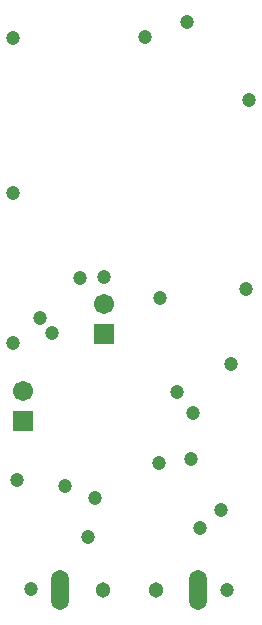
<source format=gbs>
G04 Layer_Color=16711935*
%FSLAX43Y43*%
%MOMM*%
G71*
G01*
G75*
%ADD46C,1.703*%
%ADD47R,1.703X1.703*%
%ADD48O,1.503X3.403*%
%ADD49C,1.203*%
%ADD50C,1.303*%
D46*
X2000Y19540D02*
D03*
X8900Y26890D02*
D03*
D47*
X2000Y17000D02*
D03*
X8900Y24350D02*
D03*
D48*
X16850Y2700D02*
D03*
X5150D02*
D03*
D49*
X21150Y44200D02*
D03*
X15900Y50800D02*
D03*
X4500Y24450D02*
D03*
X3475Y25700D02*
D03*
X1550Y12000D02*
D03*
X2700Y2750D02*
D03*
X15050Y19450D02*
D03*
X16394Y17654D02*
D03*
X8150Y10500D02*
D03*
X13650Y27450D02*
D03*
X13550Y13450D02*
D03*
X6854Y29150D02*
D03*
X1200Y36300D02*
D03*
X20904Y28150D02*
D03*
X19654Y21800D02*
D03*
X1200Y49400D02*
D03*
X18750Y9450D02*
D03*
X16205Y13828D02*
D03*
X19250Y2700D02*
D03*
X12350Y49550D02*
D03*
X8854Y29200D02*
D03*
X5600Y11500D02*
D03*
X7500Y7150D02*
D03*
X1200Y23650D02*
D03*
X17039Y7950D02*
D03*
D50*
X13250Y2700D02*
D03*
X8750D02*
D03*
M02*

</source>
